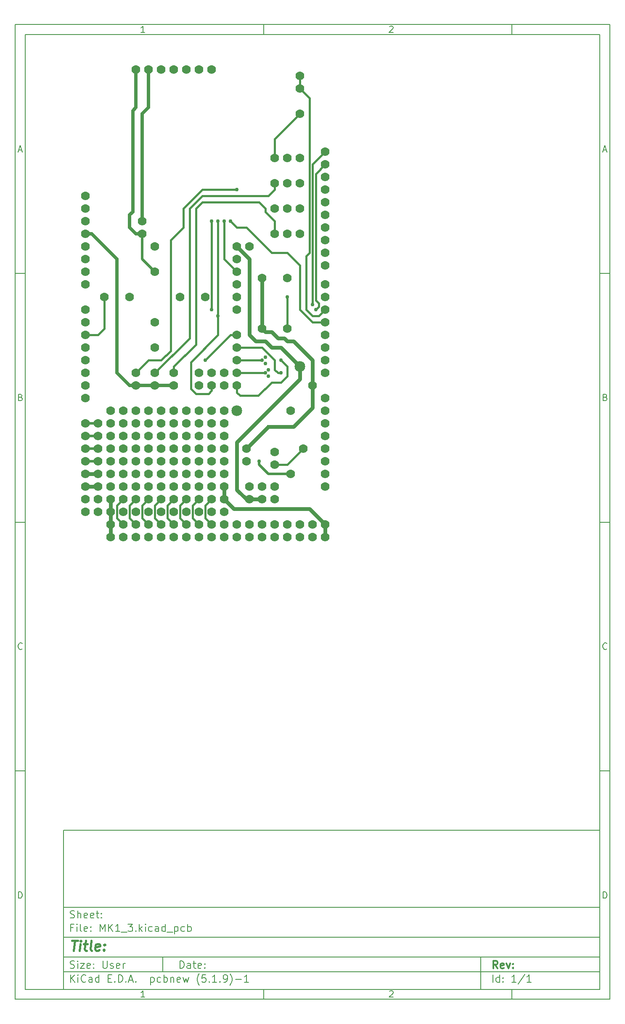
<source format=gbr>
%TF.GenerationSoftware,KiCad,Pcbnew,(5.1.9)-1*%
%TF.CreationDate,2021-08-11T00:39:13-04:00*%
%TF.ProjectId,MK1_3,4d4b315f-332e-46b6-9963-61645f706362,rev?*%
%TF.SameCoordinates,Original*%
%TF.FileFunction,Copper,L2,Bot*%
%TF.FilePolarity,Positive*%
%FSLAX45Y45*%
G04 Gerber Fmt 4.5, Leading zero omitted, Abs format (unit mm)*
G04 Created by KiCad (PCBNEW (5.1.9)-1) date 2021-08-11 00:39:13*
%MOMM*%
%LPD*%
G01*
G04 APERTURE LIST*
%ADD10C,0.127000*%
%ADD11C,0.150000*%
%ADD12C,0.300000*%
%ADD13C,0.400000*%
%TA.AperFunction,ViaPad*%
%ADD14C,0.762000*%
%TD*%
%TA.AperFunction,ViaPad*%
%ADD15C,1.778000*%
%TD*%
%TA.AperFunction,ViaPad*%
%ADD16C,2.159000*%
%TD*%
%TA.AperFunction,Conductor*%
%ADD17C,0.381000*%
%TD*%
%TA.AperFunction,Conductor*%
%ADD18C,0.635000*%
%TD*%
%TA.AperFunction,Conductor*%
%ADD19C,0.508000*%
%TD*%
%TA.AperFunction,Conductor*%
%ADD20C,0.762000*%
%TD*%
G04 APERTURE END LIST*
D10*
D11*
X1970000Y-17190000D02*
X1970000Y-20390000D01*
X12770000Y-20390000D01*
X12770000Y-17190000D01*
X1970000Y-17190000D01*
D10*
D11*
X1000000Y-1000000D02*
X1000000Y-20590000D01*
X12970000Y-20590000D01*
X12970000Y-1000000D01*
X1000000Y-1000000D01*
D10*
D11*
X1200000Y-1200000D02*
X1200000Y-20390000D01*
X12770000Y-20390000D01*
X12770000Y-1200000D01*
X1200000Y-1200000D01*
D10*
D11*
X6000000Y-1200000D02*
X6000000Y-1000000D01*
D10*
D11*
X11000000Y-1200000D02*
X11000000Y-1000000D01*
D10*
D11*
X3606548Y-1158810D02*
X3532262Y-1158810D01*
X3569405Y-1158810D02*
X3569405Y-1028809D01*
X3557024Y-1047381D01*
X3544643Y-1059762D01*
X3532262Y-1065952D01*
D10*
D11*
X8532262Y-1041190D02*
X8538452Y-1035000D01*
X8550833Y-1028809D01*
X8581786Y-1028809D01*
X8594167Y-1035000D01*
X8600357Y-1041190D01*
X8606548Y-1053571D01*
X8606548Y-1065952D01*
X8600357Y-1084524D01*
X8526071Y-1158810D01*
X8606548Y-1158810D01*
D10*
D11*
X6000000Y-20390000D02*
X6000000Y-20590000D01*
D10*
D11*
X11000000Y-20390000D02*
X11000000Y-20590000D01*
D10*
D11*
X3606548Y-20548810D02*
X3532262Y-20548810D01*
X3569405Y-20548810D02*
X3569405Y-20418810D01*
X3557024Y-20437381D01*
X3544643Y-20449762D01*
X3532262Y-20455952D01*
D10*
D11*
X8532262Y-20431190D02*
X8538452Y-20425000D01*
X8550833Y-20418810D01*
X8581786Y-20418810D01*
X8594167Y-20425000D01*
X8600357Y-20431190D01*
X8606548Y-20443571D01*
X8606548Y-20455952D01*
X8600357Y-20474524D01*
X8526071Y-20548810D01*
X8606548Y-20548810D01*
D10*
D11*
X1000000Y-6000000D02*
X1200000Y-6000000D01*
D10*
D11*
X1000000Y-11000000D02*
X1200000Y-11000000D01*
D10*
D11*
X1000000Y-16000000D02*
X1200000Y-16000000D01*
D10*
D11*
X1069048Y-3521667D02*
X1130952Y-3521667D01*
X1056667Y-3558809D02*
X1100000Y-3428809D01*
X1143333Y-3558809D01*
D10*
D11*
X1109286Y-8490714D02*
X1127857Y-8496905D01*
X1134048Y-8503095D01*
X1140238Y-8515476D01*
X1140238Y-8534048D01*
X1134048Y-8546429D01*
X1127857Y-8552619D01*
X1115476Y-8558810D01*
X1065952Y-8558810D01*
X1065952Y-8428810D01*
X1109286Y-8428810D01*
X1121667Y-8435000D01*
X1127857Y-8441190D01*
X1134048Y-8453571D01*
X1134048Y-8465952D01*
X1127857Y-8478333D01*
X1121667Y-8484524D01*
X1109286Y-8490714D01*
X1065952Y-8490714D01*
D10*
D11*
X1140238Y-13546428D02*
X1134048Y-13552619D01*
X1115476Y-13558809D01*
X1103095Y-13558809D01*
X1084524Y-13552619D01*
X1072143Y-13540238D01*
X1065952Y-13527857D01*
X1059762Y-13503095D01*
X1059762Y-13484524D01*
X1065952Y-13459762D01*
X1072143Y-13447381D01*
X1084524Y-13435000D01*
X1103095Y-13428809D01*
X1115476Y-13428809D01*
X1134048Y-13435000D01*
X1140238Y-13441190D01*
D10*
D11*
X1065952Y-18558810D02*
X1065952Y-18428810D01*
X1096905Y-18428810D01*
X1115476Y-18435000D01*
X1127857Y-18447381D01*
X1134048Y-18459762D01*
X1140238Y-18484524D01*
X1140238Y-18503095D01*
X1134048Y-18527857D01*
X1127857Y-18540238D01*
X1115476Y-18552619D01*
X1096905Y-18558810D01*
X1065952Y-18558810D01*
D10*
D11*
X12970000Y-6000000D02*
X12770000Y-6000000D01*
D10*
D11*
X12970000Y-11000000D02*
X12770000Y-11000000D01*
D10*
D11*
X12970000Y-16000000D02*
X12770000Y-16000000D01*
D10*
D11*
X12839048Y-3521667D02*
X12900952Y-3521667D01*
X12826667Y-3558809D02*
X12870000Y-3428809D01*
X12913333Y-3558809D01*
D10*
D11*
X12879286Y-8490714D02*
X12897857Y-8496905D01*
X12904048Y-8503095D01*
X12910238Y-8515476D01*
X12910238Y-8534048D01*
X12904048Y-8546429D01*
X12897857Y-8552619D01*
X12885476Y-8558810D01*
X12835952Y-8558810D01*
X12835952Y-8428810D01*
X12879286Y-8428810D01*
X12891667Y-8435000D01*
X12897857Y-8441190D01*
X12904048Y-8453571D01*
X12904048Y-8465952D01*
X12897857Y-8478333D01*
X12891667Y-8484524D01*
X12879286Y-8490714D01*
X12835952Y-8490714D01*
D10*
D11*
X12910238Y-13546428D02*
X12904048Y-13552619D01*
X12885476Y-13558809D01*
X12873095Y-13558809D01*
X12854524Y-13552619D01*
X12842143Y-13540238D01*
X12835952Y-13527857D01*
X12829762Y-13503095D01*
X12829762Y-13484524D01*
X12835952Y-13459762D01*
X12842143Y-13447381D01*
X12854524Y-13435000D01*
X12873095Y-13428809D01*
X12885476Y-13428809D01*
X12904048Y-13435000D01*
X12910238Y-13441190D01*
D10*
D11*
X12835952Y-18558810D02*
X12835952Y-18428810D01*
X12866905Y-18428810D01*
X12885476Y-18435000D01*
X12897857Y-18447381D01*
X12904048Y-18459762D01*
X12910238Y-18484524D01*
X12910238Y-18503095D01*
X12904048Y-18527857D01*
X12897857Y-18540238D01*
X12885476Y-18552619D01*
X12866905Y-18558810D01*
X12835952Y-18558810D01*
D10*
D11*
X4313214Y-19967857D02*
X4313214Y-19817857D01*
X4348929Y-19817857D01*
X4370357Y-19825000D01*
X4384643Y-19839286D01*
X4391786Y-19853571D01*
X4398929Y-19882143D01*
X4398929Y-19903571D01*
X4391786Y-19932143D01*
X4384643Y-19946429D01*
X4370357Y-19960714D01*
X4348929Y-19967857D01*
X4313214Y-19967857D01*
X4527500Y-19967857D02*
X4527500Y-19889286D01*
X4520357Y-19875000D01*
X4506071Y-19867857D01*
X4477500Y-19867857D01*
X4463214Y-19875000D01*
X4527500Y-19960714D02*
X4513214Y-19967857D01*
X4477500Y-19967857D01*
X4463214Y-19960714D01*
X4456071Y-19946429D01*
X4456071Y-19932143D01*
X4463214Y-19917857D01*
X4477500Y-19910714D01*
X4513214Y-19910714D01*
X4527500Y-19903571D01*
X4577500Y-19867857D02*
X4634643Y-19867857D01*
X4598929Y-19817857D02*
X4598929Y-19946429D01*
X4606071Y-19960714D01*
X4620357Y-19967857D01*
X4634643Y-19967857D01*
X4741786Y-19960714D02*
X4727500Y-19967857D01*
X4698929Y-19967857D01*
X4684643Y-19960714D01*
X4677500Y-19946429D01*
X4677500Y-19889286D01*
X4684643Y-19875000D01*
X4698929Y-19867857D01*
X4727500Y-19867857D01*
X4741786Y-19875000D01*
X4748929Y-19889286D01*
X4748929Y-19903571D01*
X4677500Y-19917857D01*
X4813214Y-19953571D02*
X4820357Y-19960714D01*
X4813214Y-19967857D01*
X4806071Y-19960714D01*
X4813214Y-19953571D01*
X4813214Y-19967857D01*
X4813214Y-19875000D02*
X4820357Y-19882143D01*
X4813214Y-19889286D01*
X4806071Y-19882143D01*
X4813214Y-19875000D01*
X4813214Y-19889286D01*
D10*
D11*
X1970000Y-20040000D02*
X12770000Y-20040000D01*
D10*
D11*
X2113214Y-20247857D02*
X2113214Y-20097857D01*
X2198929Y-20247857D02*
X2134643Y-20162143D01*
X2198929Y-20097857D02*
X2113214Y-20183571D01*
X2263214Y-20247857D02*
X2263214Y-20147857D01*
X2263214Y-20097857D02*
X2256071Y-20105000D01*
X2263214Y-20112143D01*
X2270357Y-20105000D01*
X2263214Y-20097857D01*
X2263214Y-20112143D01*
X2420357Y-20233571D02*
X2413214Y-20240714D01*
X2391786Y-20247857D01*
X2377500Y-20247857D01*
X2356071Y-20240714D01*
X2341786Y-20226429D01*
X2334643Y-20212143D01*
X2327500Y-20183571D01*
X2327500Y-20162143D01*
X2334643Y-20133571D01*
X2341786Y-20119286D01*
X2356071Y-20105000D01*
X2377500Y-20097857D01*
X2391786Y-20097857D01*
X2413214Y-20105000D01*
X2420357Y-20112143D01*
X2548929Y-20247857D02*
X2548929Y-20169286D01*
X2541786Y-20155000D01*
X2527500Y-20147857D01*
X2498929Y-20147857D01*
X2484643Y-20155000D01*
X2548929Y-20240714D02*
X2534643Y-20247857D01*
X2498929Y-20247857D01*
X2484643Y-20240714D01*
X2477500Y-20226429D01*
X2477500Y-20212143D01*
X2484643Y-20197857D01*
X2498929Y-20190714D01*
X2534643Y-20190714D01*
X2548929Y-20183571D01*
X2684643Y-20247857D02*
X2684643Y-20097857D01*
X2684643Y-20240714D02*
X2670357Y-20247857D01*
X2641786Y-20247857D01*
X2627500Y-20240714D01*
X2620357Y-20233571D01*
X2613214Y-20219286D01*
X2613214Y-20176429D01*
X2620357Y-20162143D01*
X2627500Y-20155000D01*
X2641786Y-20147857D01*
X2670357Y-20147857D01*
X2684643Y-20155000D01*
X2870357Y-20169286D02*
X2920357Y-20169286D01*
X2941786Y-20247857D02*
X2870357Y-20247857D01*
X2870357Y-20097857D01*
X2941786Y-20097857D01*
X3006071Y-20233571D02*
X3013214Y-20240714D01*
X3006071Y-20247857D01*
X2998928Y-20240714D01*
X3006071Y-20233571D01*
X3006071Y-20247857D01*
X3077500Y-20247857D02*
X3077500Y-20097857D01*
X3113214Y-20097857D01*
X3134643Y-20105000D01*
X3148928Y-20119286D01*
X3156071Y-20133571D01*
X3163214Y-20162143D01*
X3163214Y-20183571D01*
X3156071Y-20212143D01*
X3148928Y-20226429D01*
X3134643Y-20240714D01*
X3113214Y-20247857D01*
X3077500Y-20247857D01*
X3227500Y-20233571D02*
X3234643Y-20240714D01*
X3227500Y-20247857D01*
X3220357Y-20240714D01*
X3227500Y-20233571D01*
X3227500Y-20247857D01*
X3291786Y-20205000D02*
X3363214Y-20205000D01*
X3277500Y-20247857D02*
X3327500Y-20097857D01*
X3377500Y-20247857D01*
X3427500Y-20233571D02*
X3434643Y-20240714D01*
X3427500Y-20247857D01*
X3420357Y-20240714D01*
X3427500Y-20233571D01*
X3427500Y-20247857D01*
X3727500Y-20147857D02*
X3727500Y-20297857D01*
X3727500Y-20155000D02*
X3741786Y-20147857D01*
X3770357Y-20147857D01*
X3784643Y-20155000D01*
X3791786Y-20162143D01*
X3798928Y-20176429D01*
X3798928Y-20219286D01*
X3791786Y-20233571D01*
X3784643Y-20240714D01*
X3770357Y-20247857D01*
X3741786Y-20247857D01*
X3727500Y-20240714D01*
X3927500Y-20240714D02*
X3913214Y-20247857D01*
X3884643Y-20247857D01*
X3870357Y-20240714D01*
X3863214Y-20233571D01*
X3856071Y-20219286D01*
X3856071Y-20176429D01*
X3863214Y-20162143D01*
X3870357Y-20155000D01*
X3884643Y-20147857D01*
X3913214Y-20147857D01*
X3927500Y-20155000D01*
X3991786Y-20247857D02*
X3991786Y-20097857D01*
X3991786Y-20155000D02*
X4006071Y-20147857D01*
X4034643Y-20147857D01*
X4048928Y-20155000D01*
X4056071Y-20162143D01*
X4063214Y-20176429D01*
X4063214Y-20219286D01*
X4056071Y-20233571D01*
X4048928Y-20240714D01*
X4034643Y-20247857D01*
X4006071Y-20247857D01*
X3991786Y-20240714D01*
X4127500Y-20147857D02*
X4127500Y-20247857D01*
X4127500Y-20162143D02*
X4134643Y-20155000D01*
X4148928Y-20147857D01*
X4170357Y-20147857D01*
X4184643Y-20155000D01*
X4191786Y-20169286D01*
X4191786Y-20247857D01*
X4320357Y-20240714D02*
X4306071Y-20247857D01*
X4277500Y-20247857D01*
X4263214Y-20240714D01*
X4256071Y-20226429D01*
X4256071Y-20169286D01*
X4263214Y-20155000D01*
X4277500Y-20147857D01*
X4306071Y-20147857D01*
X4320357Y-20155000D01*
X4327500Y-20169286D01*
X4327500Y-20183571D01*
X4256071Y-20197857D01*
X4377500Y-20147857D02*
X4406071Y-20247857D01*
X4434643Y-20176429D01*
X4463214Y-20247857D01*
X4491786Y-20147857D01*
X4706071Y-20305000D02*
X4698929Y-20297857D01*
X4684643Y-20276429D01*
X4677500Y-20262143D01*
X4670357Y-20240714D01*
X4663214Y-20205000D01*
X4663214Y-20176429D01*
X4670357Y-20140714D01*
X4677500Y-20119286D01*
X4684643Y-20105000D01*
X4698929Y-20083571D01*
X4706071Y-20076429D01*
X4834643Y-20097857D02*
X4763214Y-20097857D01*
X4756071Y-20169286D01*
X4763214Y-20162143D01*
X4777500Y-20155000D01*
X4813214Y-20155000D01*
X4827500Y-20162143D01*
X4834643Y-20169286D01*
X4841786Y-20183571D01*
X4841786Y-20219286D01*
X4834643Y-20233571D01*
X4827500Y-20240714D01*
X4813214Y-20247857D01*
X4777500Y-20247857D01*
X4763214Y-20240714D01*
X4756071Y-20233571D01*
X4906071Y-20233571D02*
X4913214Y-20240714D01*
X4906071Y-20247857D01*
X4898929Y-20240714D01*
X4906071Y-20233571D01*
X4906071Y-20247857D01*
X5056071Y-20247857D02*
X4970357Y-20247857D01*
X5013214Y-20247857D02*
X5013214Y-20097857D01*
X4998929Y-20119286D01*
X4984643Y-20133571D01*
X4970357Y-20140714D01*
X5120357Y-20233571D02*
X5127500Y-20240714D01*
X5120357Y-20247857D01*
X5113214Y-20240714D01*
X5120357Y-20233571D01*
X5120357Y-20247857D01*
X5198929Y-20247857D02*
X5227500Y-20247857D01*
X5241786Y-20240714D01*
X5248929Y-20233571D01*
X5263214Y-20212143D01*
X5270357Y-20183571D01*
X5270357Y-20126429D01*
X5263214Y-20112143D01*
X5256071Y-20105000D01*
X5241786Y-20097857D01*
X5213214Y-20097857D01*
X5198929Y-20105000D01*
X5191786Y-20112143D01*
X5184643Y-20126429D01*
X5184643Y-20162143D01*
X5191786Y-20176429D01*
X5198929Y-20183571D01*
X5213214Y-20190714D01*
X5241786Y-20190714D01*
X5256071Y-20183571D01*
X5263214Y-20176429D01*
X5270357Y-20162143D01*
X5320357Y-20305000D02*
X5327500Y-20297857D01*
X5341786Y-20276429D01*
X5348929Y-20262143D01*
X5356071Y-20240714D01*
X5363214Y-20205000D01*
X5363214Y-20176429D01*
X5356071Y-20140714D01*
X5348929Y-20119286D01*
X5341786Y-20105000D01*
X5327500Y-20083571D01*
X5320357Y-20076429D01*
X5434643Y-20190714D02*
X5548929Y-20190714D01*
X5698928Y-20247857D02*
X5613214Y-20247857D01*
X5656071Y-20247857D02*
X5656071Y-20097857D01*
X5641786Y-20119286D01*
X5627500Y-20133571D01*
X5613214Y-20140714D01*
D10*
D11*
X1970000Y-19740000D02*
X12770000Y-19740000D01*
D10*
D12*
X10710929Y-19967857D02*
X10660929Y-19896429D01*
X10625214Y-19967857D02*
X10625214Y-19817857D01*
X10682357Y-19817857D01*
X10696643Y-19825000D01*
X10703786Y-19832143D01*
X10710929Y-19846429D01*
X10710929Y-19867857D01*
X10703786Y-19882143D01*
X10696643Y-19889286D01*
X10682357Y-19896429D01*
X10625214Y-19896429D01*
X10832357Y-19960714D02*
X10818071Y-19967857D01*
X10789500Y-19967857D01*
X10775214Y-19960714D01*
X10768071Y-19946429D01*
X10768071Y-19889286D01*
X10775214Y-19875000D01*
X10789500Y-19867857D01*
X10818071Y-19867857D01*
X10832357Y-19875000D01*
X10839500Y-19889286D01*
X10839500Y-19903571D01*
X10768071Y-19917857D01*
X10889500Y-19867857D02*
X10925214Y-19967857D01*
X10960929Y-19867857D01*
X11018071Y-19953571D02*
X11025214Y-19960714D01*
X11018071Y-19967857D01*
X11010929Y-19960714D01*
X11018071Y-19953571D01*
X11018071Y-19967857D01*
X11018071Y-19875000D02*
X11025214Y-19882143D01*
X11018071Y-19889286D01*
X11010929Y-19882143D01*
X11018071Y-19875000D01*
X11018071Y-19889286D01*
D10*
D11*
X2106071Y-19960714D02*
X2127500Y-19967857D01*
X2163214Y-19967857D01*
X2177500Y-19960714D01*
X2184643Y-19953571D01*
X2191786Y-19939286D01*
X2191786Y-19925000D01*
X2184643Y-19910714D01*
X2177500Y-19903571D01*
X2163214Y-19896429D01*
X2134643Y-19889286D01*
X2120357Y-19882143D01*
X2113214Y-19875000D01*
X2106071Y-19860714D01*
X2106071Y-19846429D01*
X2113214Y-19832143D01*
X2120357Y-19825000D01*
X2134643Y-19817857D01*
X2170357Y-19817857D01*
X2191786Y-19825000D01*
X2256071Y-19967857D02*
X2256071Y-19867857D01*
X2256071Y-19817857D02*
X2248929Y-19825000D01*
X2256071Y-19832143D01*
X2263214Y-19825000D01*
X2256071Y-19817857D01*
X2256071Y-19832143D01*
X2313214Y-19867857D02*
X2391786Y-19867857D01*
X2313214Y-19967857D01*
X2391786Y-19967857D01*
X2506071Y-19960714D02*
X2491786Y-19967857D01*
X2463214Y-19967857D01*
X2448929Y-19960714D01*
X2441786Y-19946429D01*
X2441786Y-19889286D01*
X2448929Y-19875000D01*
X2463214Y-19867857D01*
X2491786Y-19867857D01*
X2506071Y-19875000D01*
X2513214Y-19889286D01*
X2513214Y-19903571D01*
X2441786Y-19917857D01*
X2577500Y-19953571D02*
X2584643Y-19960714D01*
X2577500Y-19967857D01*
X2570357Y-19960714D01*
X2577500Y-19953571D01*
X2577500Y-19967857D01*
X2577500Y-19875000D02*
X2584643Y-19882143D01*
X2577500Y-19889286D01*
X2570357Y-19882143D01*
X2577500Y-19875000D01*
X2577500Y-19889286D01*
X2763214Y-19817857D02*
X2763214Y-19939286D01*
X2770357Y-19953571D01*
X2777500Y-19960714D01*
X2791786Y-19967857D01*
X2820357Y-19967857D01*
X2834643Y-19960714D01*
X2841786Y-19953571D01*
X2848928Y-19939286D01*
X2848928Y-19817857D01*
X2913214Y-19960714D02*
X2927500Y-19967857D01*
X2956071Y-19967857D01*
X2970357Y-19960714D01*
X2977500Y-19946429D01*
X2977500Y-19939286D01*
X2970357Y-19925000D01*
X2956071Y-19917857D01*
X2934643Y-19917857D01*
X2920357Y-19910714D01*
X2913214Y-19896429D01*
X2913214Y-19889286D01*
X2920357Y-19875000D01*
X2934643Y-19867857D01*
X2956071Y-19867857D01*
X2970357Y-19875000D01*
X3098928Y-19960714D02*
X3084643Y-19967857D01*
X3056071Y-19967857D01*
X3041786Y-19960714D01*
X3034643Y-19946429D01*
X3034643Y-19889286D01*
X3041786Y-19875000D01*
X3056071Y-19867857D01*
X3084643Y-19867857D01*
X3098928Y-19875000D01*
X3106071Y-19889286D01*
X3106071Y-19903571D01*
X3034643Y-19917857D01*
X3170357Y-19967857D02*
X3170357Y-19867857D01*
X3170357Y-19896429D02*
X3177500Y-19882143D01*
X3184643Y-19875000D01*
X3198928Y-19867857D01*
X3213214Y-19867857D01*
D10*
D11*
X10613214Y-20247857D02*
X10613214Y-20097857D01*
X10748929Y-20247857D02*
X10748929Y-20097857D01*
X10748929Y-20240714D02*
X10734643Y-20247857D01*
X10706071Y-20247857D01*
X10691786Y-20240714D01*
X10684643Y-20233571D01*
X10677500Y-20219286D01*
X10677500Y-20176429D01*
X10684643Y-20162143D01*
X10691786Y-20155000D01*
X10706071Y-20147857D01*
X10734643Y-20147857D01*
X10748929Y-20155000D01*
X10820357Y-20233571D02*
X10827500Y-20240714D01*
X10820357Y-20247857D01*
X10813214Y-20240714D01*
X10820357Y-20233571D01*
X10820357Y-20247857D01*
X10820357Y-20155000D02*
X10827500Y-20162143D01*
X10820357Y-20169286D01*
X10813214Y-20162143D01*
X10820357Y-20155000D01*
X10820357Y-20169286D01*
X11084643Y-20247857D02*
X10998929Y-20247857D01*
X11041786Y-20247857D02*
X11041786Y-20097857D01*
X11027500Y-20119286D01*
X11013214Y-20133571D01*
X10998929Y-20140714D01*
X11256071Y-20090714D02*
X11127500Y-20283571D01*
X11384643Y-20247857D02*
X11298928Y-20247857D01*
X11341786Y-20247857D02*
X11341786Y-20097857D01*
X11327500Y-20119286D01*
X11313214Y-20133571D01*
X11298928Y-20140714D01*
D10*
D11*
X1970000Y-19340000D02*
X12770000Y-19340000D01*
D10*
D13*
X2141238Y-19410476D02*
X2255524Y-19410476D01*
X2173381Y-19610476D02*
X2198381Y-19410476D01*
X2297190Y-19610476D02*
X2313857Y-19477143D01*
X2322190Y-19410476D02*
X2311476Y-19420000D01*
X2319810Y-19429524D01*
X2330524Y-19420000D01*
X2322190Y-19410476D01*
X2319810Y-19429524D01*
X2380524Y-19477143D02*
X2456714Y-19477143D01*
X2417429Y-19410476D02*
X2396000Y-19581905D01*
X2403143Y-19600952D01*
X2421000Y-19610476D01*
X2440048Y-19610476D01*
X2535286Y-19610476D02*
X2517429Y-19600952D01*
X2510286Y-19581905D01*
X2531714Y-19410476D01*
X2688857Y-19600952D02*
X2668619Y-19610476D01*
X2630524Y-19610476D01*
X2612667Y-19600952D01*
X2605524Y-19581905D01*
X2615048Y-19505714D01*
X2626952Y-19486667D01*
X2647190Y-19477143D01*
X2685286Y-19477143D01*
X2703143Y-19486667D01*
X2710286Y-19505714D01*
X2707905Y-19524762D01*
X2610286Y-19543810D01*
X2785286Y-19591429D02*
X2793619Y-19600952D01*
X2782905Y-19610476D01*
X2774571Y-19600952D01*
X2785286Y-19591429D01*
X2782905Y-19610476D01*
X2798381Y-19486667D02*
X2806714Y-19496190D01*
X2796000Y-19505714D01*
X2787667Y-19496190D01*
X2798381Y-19486667D01*
X2796000Y-19505714D01*
D10*
D11*
X2163214Y-19149286D02*
X2113214Y-19149286D01*
X2113214Y-19227857D02*
X2113214Y-19077857D01*
X2184643Y-19077857D01*
X2241786Y-19227857D02*
X2241786Y-19127857D01*
X2241786Y-19077857D02*
X2234643Y-19085000D01*
X2241786Y-19092143D01*
X2248929Y-19085000D01*
X2241786Y-19077857D01*
X2241786Y-19092143D01*
X2334643Y-19227857D02*
X2320357Y-19220714D01*
X2313214Y-19206429D01*
X2313214Y-19077857D01*
X2448929Y-19220714D02*
X2434643Y-19227857D01*
X2406071Y-19227857D01*
X2391786Y-19220714D01*
X2384643Y-19206429D01*
X2384643Y-19149286D01*
X2391786Y-19135000D01*
X2406071Y-19127857D01*
X2434643Y-19127857D01*
X2448929Y-19135000D01*
X2456071Y-19149286D01*
X2456071Y-19163571D01*
X2384643Y-19177857D01*
X2520357Y-19213571D02*
X2527500Y-19220714D01*
X2520357Y-19227857D01*
X2513214Y-19220714D01*
X2520357Y-19213571D01*
X2520357Y-19227857D01*
X2520357Y-19135000D02*
X2527500Y-19142143D01*
X2520357Y-19149286D01*
X2513214Y-19142143D01*
X2520357Y-19135000D01*
X2520357Y-19149286D01*
X2706071Y-19227857D02*
X2706071Y-19077857D01*
X2756071Y-19185000D01*
X2806071Y-19077857D01*
X2806071Y-19227857D01*
X2877500Y-19227857D02*
X2877500Y-19077857D01*
X2963214Y-19227857D02*
X2898928Y-19142143D01*
X2963214Y-19077857D02*
X2877500Y-19163571D01*
X3106071Y-19227857D02*
X3020357Y-19227857D01*
X3063214Y-19227857D02*
X3063214Y-19077857D01*
X3048928Y-19099286D01*
X3034643Y-19113571D01*
X3020357Y-19120714D01*
X3134643Y-19242143D02*
X3248928Y-19242143D01*
X3270357Y-19077857D02*
X3363214Y-19077857D01*
X3313214Y-19135000D01*
X3334643Y-19135000D01*
X3348928Y-19142143D01*
X3356071Y-19149286D01*
X3363214Y-19163571D01*
X3363214Y-19199286D01*
X3356071Y-19213571D01*
X3348928Y-19220714D01*
X3334643Y-19227857D01*
X3291786Y-19227857D01*
X3277500Y-19220714D01*
X3270357Y-19213571D01*
X3427500Y-19213571D02*
X3434643Y-19220714D01*
X3427500Y-19227857D01*
X3420357Y-19220714D01*
X3427500Y-19213571D01*
X3427500Y-19227857D01*
X3498928Y-19227857D02*
X3498928Y-19077857D01*
X3513214Y-19170714D02*
X3556071Y-19227857D01*
X3556071Y-19127857D02*
X3498928Y-19185000D01*
X3620357Y-19227857D02*
X3620357Y-19127857D01*
X3620357Y-19077857D02*
X3613214Y-19085000D01*
X3620357Y-19092143D01*
X3627500Y-19085000D01*
X3620357Y-19077857D01*
X3620357Y-19092143D01*
X3756071Y-19220714D02*
X3741786Y-19227857D01*
X3713214Y-19227857D01*
X3698928Y-19220714D01*
X3691786Y-19213571D01*
X3684643Y-19199286D01*
X3684643Y-19156429D01*
X3691786Y-19142143D01*
X3698928Y-19135000D01*
X3713214Y-19127857D01*
X3741786Y-19127857D01*
X3756071Y-19135000D01*
X3884643Y-19227857D02*
X3884643Y-19149286D01*
X3877500Y-19135000D01*
X3863214Y-19127857D01*
X3834643Y-19127857D01*
X3820357Y-19135000D01*
X3884643Y-19220714D02*
X3870357Y-19227857D01*
X3834643Y-19227857D01*
X3820357Y-19220714D01*
X3813214Y-19206429D01*
X3813214Y-19192143D01*
X3820357Y-19177857D01*
X3834643Y-19170714D01*
X3870357Y-19170714D01*
X3884643Y-19163571D01*
X4020357Y-19227857D02*
X4020357Y-19077857D01*
X4020357Y-19220714D02*
X4006071Y-19227857D01*
X3977500Y-19227857D01*
X3963214Y-19220714D01*
X3956071Y-19213571D01*
X3948928Y-19199286D01*
X3948928Y-19156429D01*
X3956071Y-19142143D01*
X3963214Y-19135000D01*
X3977500Y-19127857D01*
X4006071Y-19127857D01*
X4020357Y-19135000D01*
X4056071Y-19242143D02*
X4170357Y-19242143D01*
X4206071Y-19127857D02*
X4206071Y-19277857D01*
X4206071Y-19135000D02*
X4220357Y-19127857D01*
X4248929Y-19127857D01*
X4263214Y-19135000D01*
X4270357Y-19142143D01*
X4277500Y-19156429D01*
X4277500Y-19199286D01*
X4270357Y-19213571D01*
X4263214Y-19220714D01*
X4248929Y-19227857D01*
X4220357Y-19227857D01*
X4206071Y-19220714D01*
X4406071Y-19220714D02*
X4391786Y-19227857D01*
X4363214Y-19227857D01*
X4348929Y-19220714D01*
X4341786Y-19213571D01*
X4334643Y-19199286D01*
X4334643Y-19156429D01*
X4341786Y-19142143D01*
X4348929Y-19135000D01*
X4363214Y-19127857D01*
X4391786Y-19127857D01*
X4406071Y-19135000D01*
X4470357Y-19227857D02*
X4470357Y-19077857D01*
X4470357Y-19135000D02*
X4484643Y-19127857D01*
X4513214Y-19127857D01*
X4527500Y-19135000D01*
X4534643Y-19142143D01*
X4541786Y-19156429D01*
X4541786Y-19199286D01*
X4534643Y-19213571D01*
X4527500Y-19220714D01*
X4513214Y-19227857D01*
X4484643Y-19227857D01*
X4470357Y-19220714D01*
D10*
D11*
X1970000Y-18740000D02*
X12770000Y-18740000D01*
D10*
D11*
X2106071Y-18950714D02*
X2127500Y-18957857D01*
X2163214Y-18957857D01*
X2177500Y-18950714D01*
X2184643Y-18943571D01*
X2191786Y-18929286D01*
X2191786Y-18915000D01*
X2184643Y-18900714D01*
X2177500Y-18893571D01*
X2163214Y-18886429D01*
X2134643Y-18879286D01*
X2120357Y-18872143D01*
X2113214Y-18865000D01*
X2106071Y-18850714D01*
X2106071Y-18836429D01*
X2113214Y-18822143D01*
X2120357Y-18815000D01*
X2134643Y-18807857D01*
X2170357Y-18807857D01*
X2191786Y-18815000D01*
X2256071Y-18957857D02*
X2256071Y-18807857D01*
X2320357Y-18957857D02*
X2320357Y-18879286D01*
X2313214Y-18865000D01*
X2298929Y-18857857D01*
X2277500Y-18857857D01*
X2263214Y-18865000D01*
X2256071Y-18872143D01*
X2448929Y-18950714D02*
X2434643Y-18957857D01*
X2406071Y-18957857D01*
X2391786Y-18950714D01*
X2384643Y-18936429D01*
X2384643Y-18879286D01*
X2391786Y-18865000D01*
X2406071Y-18857857D01*
X2434643Y-18857857D01*
X2448929Y-18865000D01*
X2456071Y-18879286D01*
X2456071Y-18893571D01*
X2384643Y-18907857D01*
X2577500Y-18950714D02*
X2563214Y-18957857D01*
X2534643Y-18957857D01*
X2520357Y-18950714D01*
X2513214Y-18936429D01*
X2513214Y-18879286D01*
X2520357Y-18865000D01*
X2534643Y-18857857D01*
X2563214Y-18857857D01*
X2577500Y-18865000D01*
X2584643Y-18879286D01*
X2584643Y-18893571D01*
X2513214Y-18907857D01*
X2627500Y-18857857D02*
X2684643Y-18857857D01*
X2648929Y-18807857D02*
X2648929Y-18936429D01*
X2656071Y-18950714D01*
X2670357Y-18957857D01*
X2684643Y-18957857D01*
X2734643Y-18943571D02*
X2741786Y-18950714D01*
X2734643Y-18957857D01*
X2727500Y-18950714D01*
X2734643Y-18943571D01*
X2734643Y-18957857D01*
X2734643Y-18865000D02*
X2741786Y-18872143D01*
X2734643Y-18879286D01*
X2727500Y-18872143D01*
X2734643Y-18865000D01*
X2734643Y-18879286D01*
D10*
D11*
X3970000Y-19740000D02*
X3970000Y-20040000D01*
D10*
D11*
X10370000Y-19740000D02*
X10370000Y-20390000D01*
D14*
%TO.N,*%
X4953000Y-6731000D03*
X5080000Y-6858000D03*
X6477000Y-6477000D03*
X4953000Y-4953000D03*
X5080000Y-4953000D03*
X5207000Y-4953000D03*
D15*
X4953000Y-10541000D03*
X4699000Y-10541000D03*
X4445000Y-10541000D03*
X4191000Y-10541000D03*
X3937000Y-10541000D03*
X3683000Y-10541000D03*
X3429000Y-10541000D03*
X3175000Y-10541000D03*
X2921000Y-10541000D03*
X2921000Y-10795000D03*
X2921000Y-11049000D03*
X2921000Y-11303000D03*
X3175000Y-11303000D03*
X3175000Y-11049000D03*
X3175000Y-10795000D03*
X3429000Y-10795000D03*
X3429000Y-11049000D03*
X3429000Y-11303000D03*
X3683000Y-11303000D03*
X3683000Y-11049000D03*
X3683000Y-10795000D03*
X3937000Y-10795000D03*
X3937000Y-11049000D03*
X3937000Y-11303000D03*
X4953000Y-10795000D03*
X4699000Y-10795000D03*
X4445000Y-10795000D03*
X4191000Y-10795000D03*
X4191000Y-11049000D03*
X4191000Y-11303000D03*
X4445000Y-11303000D03*
X4445000Y-11049000D03*
X4953000Y-8255000D03*
X4953000Y-8001000D03*
X5207000Y-8001000D03*
X5207000Y-8255000D03*
X4699000Y-8001000D03*
X4699000Y-8255000D03*
X5461000Y-8255000D03*
X5461000Y-8001000D03*
X5461000Y-7747000D03*
X5461000Y-7493000D03*
X4191000Y-8255000D03*
X4191000Y-8001000D03*
X3810000Y-8001000D03*
X3810000Y-8255000D03*
X3429000Y-8001000D03*
X2413000Y-7493000D03*
X2413000Y-7239000D03*
X2413000Y-6985000D03*
X2413000Y-6731000D03*
X2413000Y-9017000D03*
X2413000Y-8509000D03*
X2413000Y-8255000D03*
X2413000Y-8001000D03*
X2413000Y-9271000D03*
X2667000Y-9271000D03*
X2667000Y-9017000D03*
X7239000Y-8001000D03*
X7239000Y-7747000D03*
X7239000Y-7493000D03*
X7239000Y-7239000D03*
X7239000Y-6731000D03*
X7239000Y-6477000D03*
X7239000Y-6223000D03*
X7239000Y-5842000D03*
X7239000Y-5588000D03*
X7239000Y-5334000D03*
X7239000Y-4826000D03*
X7239000Y-4572000D03*
X7239000Y-4318000D03*
X7239000Y-4064000D03*
X7239000Y-3810000D03*
X7239000Y-3556000D03*
X6731000Y-3683000D03*
X6477000Y-3683000D03*
X6223000Y-3683000D03*
X6223000Y-4191000D03*
X6731000Y-4191000D03*
X6731000Y-4699000D03*
X6223000Y-4699000D03*
X6223000Y-5207000D03*
X6477000Y-5207000D03*
X6731000Y-5207000D03*
X6477000Y-6096000D03*
X5969000Y-6096000D03*
X6477000Y-7112000D03*
X5969000Y-7112000D03*
X5461000Y-6731000D03*
X5461000Y-6477000D03*
X5461000Y-6223000D03*
X5461000Y-5969000D03*
X5461000Y-5715000D03*
X5461000Y-5461000D03*
X4826000Y-6477000D03*
X4318000Y-6477000D03*
X3810000Y-6985000D03*
X3810000Y-7493000D03*
X3810000Y-5461000D03*
X3810000Y-5969000D03*
X3302000Y-6477000D03*
X2794000Y-6477000D03*
X5207000Y-8763000D03*
X4953000Y-8763000D03*
X4699000Y-8763000D03*
X4445000Y-8763000D03*
X4191000Y-8763000D03*
X3937000Y-8763000D03*
X3683000Y-8763000D03*
X3429000Y-8763000D03*
X3175000Y-8763000D03*
X3175000Y-9017000D03*
X3175000Y-9271000D03*
X3175000Y-9525000D03*
X3175000Y-9779000D03*
X3175000Y-10033000D03*
X3175000Y-10287000D03*
X2921000Y-10287000D03*
X2667000Y-10287000D03*
X2667000Y-10033000D03*
X2413000Y-10033000D03*
X2413000Y-9779000D03*
X2667000Y-9779000D03*
X2667000Y-9525000D03*
X2413000Y-9525000D03*
X2667000Y-10541000D03*
X2413000Y-10541000D03*
X2413000Y-10795000D03*
X2413000Y-10287000D03*
X2667000Y-10795000D03*
X2921000Y-10033000D03*
X2921000Y-9779000D03*
X2921000Y-9525000D03*
X2921000Y-9271000D03*
X2921000Y-9017000D03*
X2921000Y-8763000D03*
X3429000Y-9017000D03*
X3683000Y-9017000D03*
X3937000Y-9017000D03*
X3937000Y-9271000D03*
X3683000Y-9271000D03*
X3429000Y-9271000D03*
X3429000Y-9525000D03*
X3429000Y-9779000D03*
X3429000Y-10033000D03*
X3429000Y-10287000D03*
X3683000Y-10287000D03*
X3683000Y-10033000D03*
X3683000Y-9779000D03*
X3683000Y-9525000D03*
X3937000Y-9525000D03*
X3937000Y-9779000D03*
X3937000Y-10033000D03*
X3937000Y-10287000D03*
X4191000Y-10287000D03*
X4445000Y-10287000D03*
X4699000Y-10287000D03*
X4953000Y-10287000D03*
X4953000Y-10033000D03*
X4699000Y-10033000D03*
X4445000Y-10033000D03*
X4191000Y-10033000D03*
X4191000Y-9779000D03*
X4445000Y-9779000D03*
X4699000Y-9779000D03*
X4953000Y-9779000D03*
X5207000Y-10795000D03*
X4953000Y-9525000D03*
X4699000Y-9525000D03*
X4445000Y-9525000D03*
X4191000Y-9525000D03*
X4191000Y-9271000D03*
X4191000Y-9017000D03*
X4445000Y-9017000D03*
X4445000Y-9271000D03*
X4699000Y-9271000D03*
X4699000Y-9017000D03*
X4953000Y-9017000D03*
X4953000Y-9271000D03*
X5207000Y-9271000D03*
X5207000Y-9017000D03*
X2413000Y-6223000D03*
X2413000Y-5969000D03*
X2413000Y-5715000D03*
X2413000Y-5461000D03*
X2413000Y-5207000D03*
X2413000Y-4953000D03*
X2413000Y-4699000D03*
X2413000Y-4445000D03*
X4953000Y-1905000D03*
X4445000Y-1905000D03*
X4191000Y-1905000D03*
X3937000Y-1905000D03*
X3683000Y-1905000D03*
X3429000Y-1905000D03*
X6731000Y-2794000D03*
X6731000Y-2032000D03*
X5651500Y-9779000D03*
X5715000Y-11049000D03*
X5715000Y-11303000D03*
X5969000Y-11303000D03*
X5969000Y-11049000D03*
X6223000Y-11049000D03*
X6223000Y-11303000D03*
X5651500Y-9525000D03*
X5207000Y-10541000D03*
X4699000Y-11049000D03*
X4699000Y-11303000D03*
X4953000Y-11049000D03*
X4953000Y-11303000D03*
X5207000Y-11303000D03*
X5207000Y-11049000D03*
X6731000Y-2286000D03*
X2413000Y-7747000D03*
X5461000Y-7239000D03*
D14*
X4826000Y-7747000D03*
D15*
X3429000Y-8255000D03*
D14*
X5461000Y-4318000D03*
X5969000Y-7747000D03*
D15*
X7239000Y-10287000D03*
X7239000Y-10033000D03*
X7239000Y-9779000D03*
X7239000Y-9525000D03*
X7239000Y-9271000D03*
X7239000Y-9017000D03*
X7239000Y-8763000D03*
X7239000Y-8509000D03*
X6223000Y-10287000D03*
X5969000Y-10287000D03*
X5715000Y-10287000D03*
X5715000Y-10541000D03*
X5969000Y-10541000D03*
X6223000Y-10541000D03*
X5461000Y-11049000D03*
X5461000Y-11303000D03*
X6477000Y-11303000D03*
X6477000Y-11049000D03*
X6731000Y-11049000D03*
X6731000Y-11303000D03*
X6985000Y-11303000D03*
X6985000Y-11049000D03*
X7239000Y-11049000D03*
X7239000Y-11303000D03*
X5207000Y-9525000D03*
X5207000Y-9779000D03*
X5207000Y-10033000D03*
X5207000Y-10287000D03*
D14*
X7048500Y-6731000D03*
X6985000Y-6629400D03*
X6032500Y-7683500D03*
X6350000Y-8001000D03*
X6350000Y-7747000D03*
X6096000Y-7937500D03*
X6032500Y-8001000D03*
X6096000Y-8064500D03*
X6032500Y-7810500D03*
D15*
X3556000Y-5207000D03*
X3556000Y-4953000D03*
X5715000Y-5461000D03*
X4699000Y-1905000D03*
D14*
X5334000Y-4953000D03*
D15*
X7239000Y-6985000D03*
D16*
X6731000Y-7874000D03*
X5461000Y-8763000D03*
D15*
X6223000Y-9588500D03*
X6223000Y-9842500D03*
D14*
X6096000Y-9080500D03*
D15*
X6477000Y-4191000D03*
X7239000Y-5080000D03*
X6477000Y-4699000D03*
X6985000Y-8255000D03*
X6794500Y-9525000D03*
X6540500Y-8763000D03*
X6540500Y-10033000D03*
D14*
X5905500Y-9779000D03*
%TD*%
D17*
%TO.N,*%
X2667000Y-7239000D02*
X2413000Y-7239000D01*
X4381500Y-4699000D02*
X4381500Y-5080000D01*
X4762500Y-4318000D02*
X4381500Y-4699000D01*
X4762500Y-4445000D02*
X4508500Y-4699000D01*
X6223000Y-4318000D02*
X6096000Y-4445000D01*
X4953000Y-4953000D02*
X4953000Y-6731000D01*
X5207000Y-4953000D02*
X5207000Y-5715000D01*
X5207000Y-5715000D02*
X5461000Y-5969000D01*
X6223000Y-3302000D02*
X6731000Y-2794000D01*
X2794000Y-7112000D02*
X2667000Y-7239000D01*
X6223000Y-4191000D02*
X6223000Y-4318000D01*
X2794000Y-6477000D02*
X2794000Y-7112000D01*
X4381500Y-5080000D02*
X4127500Y-5334000D01*
X5080000Y-4953000D02*
X5080000Y-6858000D01*
X6731000Y-2286000D02*
X6731000Y-2032000D01*
X3175000Y-11049000D02*
X3048000Y-10922000D01*
X3429000Y-11049000D02*
X3302000Y-10922000D01*
X3683000Y-11049000D02*
X3556000Y-10922000D01*
X3810000Y-10922000D02*
X3937000Y-11049000D01*
X4191000Y-11049000D02*
X4064000Y-10922000D01*
X4318000Y-10922000D02*
X4445000Y-11049000D01*
X4699000Y-11049000D02*
X4572000Y-10922000D01*
X4826000Y-10922000D02*
X4953000Y-11049000D01*
X4762500Y-4445000D02*
X6096000Y-4445000D01*
X4762500Y-4318000D02*
X5461000Y-4318000D01*
X5461000Y-7239000D02*
X5334000Y-7239000D01*
X5334000Y-7239000D02*
X4826000Y-7747000D01*
D18*
X2540000Y-5207000D02*
X3048000Y-5715000D01*
X2413000Y-5207000D02*
X2540000Y-5207000D01*
D19*
X3556000Y-5715000D02*
X3810000Y-5969000D01*
D20*
X5461000Y-5461000D02*
X5715000Y-5715000D01*
D18*
X3048000Y-5715000D02*
X3048000Y-8001000D01*
X3048000Y-8001000D02*
X3302000Y-8255000D01*
X3302000Y-8255000D02*
X3429000Y-8255000D01*
X3429000Y-8255000D02*
X3810000Y-8255000D01*
X3810000Y-8255000D02*
X4191000Y-8255000D01*
D17*
X3429000Y-8001000D02*
X3683000Y-7747000D01*
X3683000Y-7747000D02*
X3937000Y-7747000D01*
X3937000Y-7747000D02*
X4127500Y-7556500D01*
X3810000Y-8001000D02*
X4508500Y-7302500D01*
X4508500Y-4699000D02*
X4508500Y-7302500D01*
X4191000Y-8001000D02*
X4191000Y-7874000D01*
X4191000Y-7874000D02*
X4635500Y-7429500D01*
X4127500Y-7556500D02*
X4127500Y-5334000D01*
X6223000Y-3683000D02*
X6223000Y-3302000D01*
X3810000Y-10668000D02*
X3810000Y-10922000D01*
X4064000Y-10668000D02*
X4191000Y-10541000D01*
X4064000Y-10922000D02*
X4064000Y-10668000D01*
X3937000Y-10541000D02*
X3810000Y-10668000D01*
X4445000Y-10541000D02*
X4318000Y-10668000D01*
X4953000Y-10541000D02*
X4826000Y-10668000D01*
X4572000Y-10668000D02*
X4699000Y-10541000D01*
X4318000Y-10668000D02*
X4318000Y-10922000D01*
X4572000Y-10922000D02*
X4572000Y-10668000D01*
X4826000Y-10668000D02*
X4826000Y-10922000D01*
X3048000Y-10668000D02*
X3175000Y-10541000D01*
X3048000Y-10922000D02*
X3048000Y-10668000D01*
X3556000Y-10668000D02*
X3683000Y-10541000D01*
X3556000Y-10922000D02*
X3556000Y-10668000D01*
X3302000Y-10668000D02*
X3429000Y-10541000D01*
X3302000Y-10922000D02*
X3302000Y-10668000D01*
X6477000Y-6477000D02*
X6477000Y-7112000D01*
D20*
X5969000Y-6096000D02*
X5969000Y-7112000D01*
X6032500Y-7366000D02*
X6159500Y-7493000D01*
X5715000Y-7239000D02*
X5842000Y-7366000D01*
X5715000Y-5715000D02*
X5715000Y-7239000D01*
D17*
X4635500Y-7429500D02*
X4635500Y-4699000D01*
X4635500Y-4699000D02*
X4762500Y-4572000D01*
X4762500Y-4572000D02*
X5905500Y-4572000D01*
X5905500Y-4572000D02*
X6032500Y-4699000D01*
X6032500Y-4699000D02*
X6032500Y-4762500D01*
X6032500Y-4762500D02*
X6223000Y-4953000D01*
X6223000Y-4953000D02*
X6223000Y-5207000D01*
D20*
X6350000Y-7493000D02*
X6731000Y-7874000D01*
X6604000Y-7366000D02*
X6985000Y-7747000D01*
D17*
X6985000Y-3810000D02*
X7239000Y-3556000D01*
X7239000Y-3810000D02*
X7048500Y-4000500D01*
X7239000Y-6731000D02*
X7112000Y-6858000D01*
X7112000Y-6667500D02*
X7112000Y-6604000D01*
X7112000Y-6604000D02*
X7048500Y-6540500D01*
X7048500Y-6540500D02*
X7048500Y-4000500D01*
X7048500Y-6731000D02*
X7112000Y-6667500D01*
X7112000Y-6858000D02*
X6985000Y-6858000D01*
X6985000Y-6858000D02*
X6858000Y-6731000D01*
X6858000Y-6731000D02*
X6858000Y-5651500D01*
X6858000Y-5651500D02*
X6921500Y-5588000D01*
X6921500Y-5588000D02*
X6921500Y-2476500D01*
X6731000Y-2286000D02*
X6921500Y-2476500D01*
X6985000Y-3810000D02*
X6985000Y-6629400D01*
X5969000Y-7747000D02*
X5461000Y-7747000D01*
X5461000Y-8001000D02*
X6032500Y-8001000D01*
X6286500Y-8001000D02*
X6223000Y-7937500D01*
X6223000Y-7937500D02*
X6223000Y-7747000D01*
X5969000Y-7493000D02*
X5461000Y-7493000D01*
X6223000Y-7747000D02*
X5969000Y-7493000D01*
X5461000Y-8394700D02*
X5524500Y-8458200D01*
D20*
X5207000Y-10287000D02*
X5207000Y-10541000D01*
X5207000Y-10541000D02*
X5397500Y-10731500D01*
X5397500Y-10731500D02*
X6921500Y-10731500D01*
X6921500Y-10731500D02*
X7239000Y-11049000D01*
X7239000Y-11303000D02*
X7239000Y-11049000D01*
X2921000Y-10541000D02*
X2921000Y-11303000D01*
D17*
X6350000Y-8001000D02*
X6286500Y-8001000D01*
D19*
X2413000Y-9779000D02*
X2667000Y-9779000D01*
X2413000Y-9525000D02*
X2667000Y-9525000D01*
X2413000Y-9271000D02*
X2667000Y-9271000D01*
X2413000Y-9017000D02*
X2667000Y-9017000D01*
D20*
X2413000Y-10033000D02*
X2667000Y-10033000D01*
X2413000Y-10287000D02*
X2667000Y-10287000D01*
D19*
X3556000Y-5207000D02*
X3556000Y-5715000D01*
D18*
X3556000Y-4953000D02*
X3556000Y-2794000D01*
X3683000Y-2667000D02*
X3683000Y-1905000D01*
X3556000Y-2794000D02*
X3683000Y-2667000D01*
X3429000Y-1905000D02*
X3429000Y-2667000D01*
X3429000Y-2667000D02*
X3365500Y-2730500D01*
X3365500Y-2730500D02*
X3365500Y-4762500D01*
X3365500Y-4762500D02*
X3302000Y-4826000D01*
X3302000Y-4826000D02*
X3302000Y-5080000D01*
X3302000Y-5080000D02*
X3429000Y-5207000D01*
X3429000Y-5207000D02*
X3556000Y-5207000D01*
D17*
X5651500Y-5080000D02*
X5461000Y-5080000D01*
X5461000Y-5080000D02*
X5334000Y-4953000D01*
X7239000Y-6985000D02*
X6985000Y-6985000D01*
X6731000Y-5842000D02*
X6731000Y-6731000D01*
X6477000Y-5588000D02*
X6731000Y-5842000D01*
X6731000Y-6731000D02*
X6985000Y-6985000D01*
X6159500Y-5588000D02*
X5651500Y-5080000D01*
X6477000Y-5588000D02*
X6159500Y-5588000D01*
D20*
X6350000Y-7493000D02*
X6159500Y-7493000D01*
X6032500Y-7366000D02*
X5842000Y-7366000D01*
D17*
X5080000Y-7239000D02*
X5080000Y-6858000D01*
X4533900Y-7785100D02*
X5080000Y-7239000D01*
X4533900Y-8318500D02*
X4533900Y-7785100D01*
X4635500Y-8420100D02*
X4533900Y-8318500D01*
X4889500Y-8420100D02*
X4635500Y-8420100D01*
X4953000Y-8356600D02*
X4889500Y-8420100D01*
X4953000Y-8255000D02*
X4953000Y-8356600D01*
X5461000Y-8394700D02*
X5461000Y-8255000D01*
X6477000Y-7874000D02*
X6350000Y-7747000D01*
X6350000Y-8191500D02*
X6477000Y-8064500D01*
X6477000Y-8064500D02*
X6477000Y-7874000D01*
X6159500Y-8191500D02*
X6350000Y-8191500D01*
X5892800Y-8458200D02*
X6159500Y-8191500D01*
X5892800Y-8458200D02*
X5524500Y-8458200D01*
D20*
X6159500Y-7175500D02*
X6286500Y-7302500D01*
X6286500Y-7302500D02*
X6413500Y-7302500D01*
X6413500Y-7302500D02*
X6477000Y-7366000D01*
X6477000Y-7366000D02*
X6604000Y-7366000D01*
X6032500Y-7175500D02*
X5969000Y-7112000D01*
X6159500Y-7175500D02*
X6032500Y-7175500D01*
X5651500Y-9525000D02*
X6096000Y-9080500D01*
X6731000Y-7874000D02*
X6731000Y-8128000D01*
X6731000Y-8128000D02*
X5461000Y-9398000D01*
X6985000Y-7747000D02*
X6985000Y-8001000D01*
X6985000Y-8318500D02*
X6985000Y-8001000D01*
X5715000Y-10541000D02*
X5651500Y-10541000D01*
X5461000Y-10350500D02*
X5651500Y-10541000D01*
X5461000Y-9398000D02*
X5461000Y-10350500D01*
X5715000Y-10541000D02*
X5969000Y-10541000D01*
D17*
X6477000Y-9842500D02*
X6794500Y-9525000D01*
X6223000Y-9842500D02*
X6477000Y-9842500D01*
D20*
X6985000Y-8255000D02*
X6985000Y-8699500D01*
X6604000Y-9080500D02*
X6159500Y-9080500D01*
X6985000Y-8699500D02*
X6604000Y-9080500D01*
X6096000Y-9080500D02*
X6159500Y-9080500D01*
D19*
X5905500Y-9779000D02*
X5905500Y-9842500D01*
X6096000Y-10033000D02*
X6540500Y-10033000D01*
X5905500Y-9842500D02*
X6096000Y-10033000D01*
%TD*%
M02*

</source>
